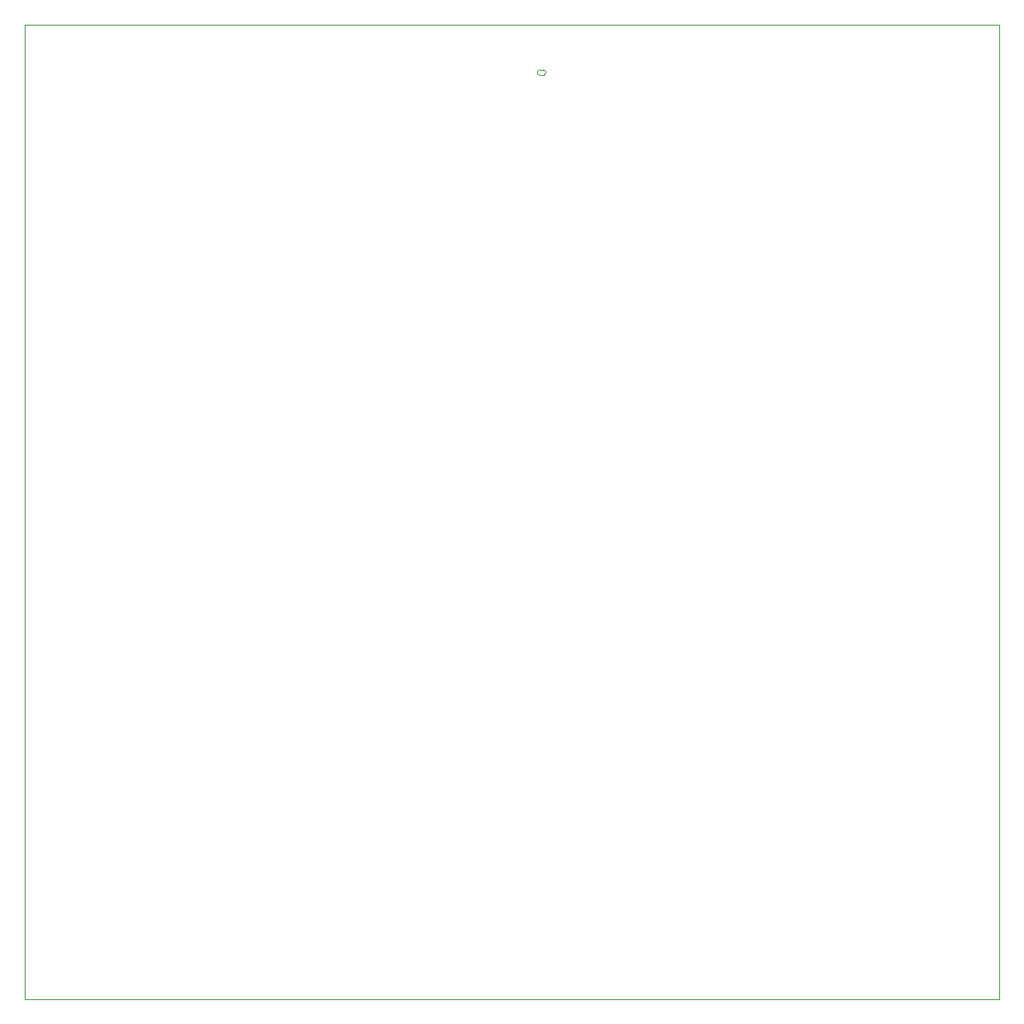
<source format=gbr>
%TF.GenerationSoftware,KiCad,Pcbnew,7.0.2*%
%TF.CreationDate,2024-06-02T17:27:24+02:00*%
%TF.ProjectId,Podgrzewacz,506f6467-727a-4657-9761-637a2e6b6963,rev?*%
%TF.SameCoordinates,Original*%
%TF.FileFunction,Profile,NP*%
%FSLAX46Y46*%
G04 Gerber Fmt 4.6, Leading zero omitted, Abs format (unit mm)*
G04 Created by KiCad (PCBNEW 7.0.2) date 2024-06-02 17:27:24*
%MOMM*%
%LPD*%
G01*
G04 APERTURE LIST*
%TA.AperFunction,Profile*%
%ADD10C,0.100000*%
%TD*%
%TA.AperFunction,Profile*%
%ADD11C,0.010000*%
%TD*%
G04 APERTURE END LIST*
D10*
X100000000Y-60000000D02*
X200000000Y-60000000D01*
X200000000Y-160000000D01*
X100000000Y-160000000D01*
X100000000Y-60000000D01*
D11*
%TO.C,J1*%
X153210000Y-65180000D02*
X152830000Y-65180000D01*
X152830000Y-64650000D02*
X153210000Y-64650000D01*
X153210000Y-65180000D02*
G75*
G03*
X153460000Y-64915000I-7500J257500D01*
G01*
X153460000Y-64915000D02*
G75*
G03*
X153210000Y-64650000I-257500J7500D01*
G01*
X152580000Y-64915000D02*
G75*
G03*
X152830000Y-65180000I257500J-7500D01*
G01*
X152830000Y-64650000D02*
G75*
G03*
X152580000Y-64915000I7500J-257500D01*
G01*
%TD*%
M02*

</source>
